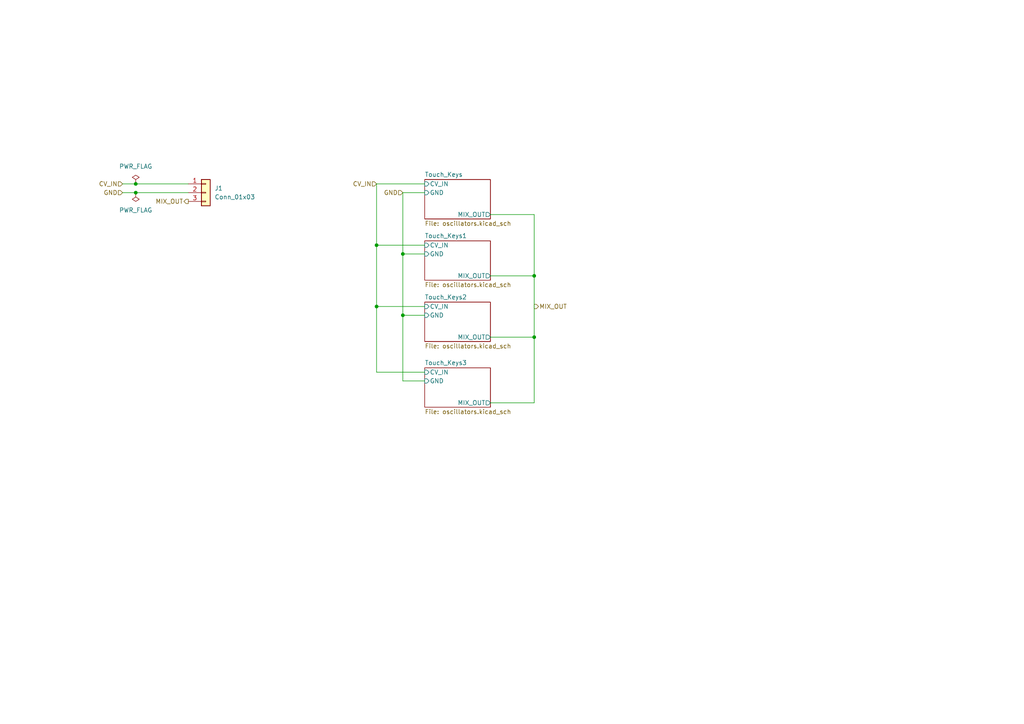
<source format=kicad_sch>
(kicad_sch (version 20231120) (generator "eeschema") (generator_version "8.0")
  (paper "A4")
  (lib_symbols
    (symbol "Connector_Generic:Conn_01x03" (pin_names (offset 1.016) hide)
      (property "Reference" "J" (at 0 5.08 0))
      (property "Value" "Conn_01x03" (at 0 -5.08 0))
      (symbol "Conn_01x03_1_1"
        (rectangle (start -1.27 -2.413) (end 0 -2.667) (stroke (width 0.1524)))
        (rectangle (start -1.27 0.127) (end 0 -0.127) (stroke (width 0.1524)))
        (rectangle (start -1.27 2.667) (end 0 2.413) (stroke (width 0.1524)))
        (rectangle (start -1.27 3.81) (end 1.27 -3.81) (stroke (width 0.254)) (fill (type background)))
        (pin passive line (at -5.08 2.54 0) (length 3.81) (name "Pin_1") (number "1"))
        (pin passive line (at -5.08 0 0) (length 3.81) (name "Pin_2") (number "2"))
        (pin passive line (at -5.08 -2.54 0) (length 3.81) (name "Pin_3") (number "3"))
      )
    )
    (symbol "power:PWR_FLAG" (power) (pin_numbers hide) (pin_names (offset 0) hide)
      (property "Value" "PWR_FLAG" (at 0 3.81 0))
      (symbol "PWR_FLAG_0_0"
        (pin power_out line (at 0 0 90) (length 0) (name "~") (number "1"))
      )
      (symbol "PWR_FLAG_0_1"
        (polyline (pts (xy 0 0) (xy 0 1.27) (xy -1.016 1.905) (xy 0 2.54) (xy 1.016 1.905) (xy 0 1.27)))
      )
    )
  )
  (junction (at 109.22 71.12))
  (junction (at 116.84 91.44))
  (junction (at 39.37 53.34))
  (junction (at 154.94 80.01))
  (junction (at 154.94 97.79))
  (junction (at 39.37 55.88))
  (junction (at 109.22 88.9))
  (junction (at 116.84 73.66))
  (wire (pts (xy 109.22 53.34) (xy 109.22 71.12)))
  (wire (pts (xy 154.94 62.23) (xy 154.94 80.01)))
  (wire (pts (xy 154.94 80.01) (xy 154.94 97.79)))
  (wire (pts (xy 109.22 88.9) (xy 123.19 88.9)))
  (wire (pts (xy 116.84 73.66) (xy 116.84 91.44)))
  (wire (pts (xy 116.84 91.44) (xy 123.19 91.44)))
  (wire (pts (xy 35.56 55.88) (xy 39.37 55.88)))
  (wire (pts (xy 142.24 97.79) (xy 154.94 97.79)))
  (wire (pts (xy 39.37 53.34) (xy 54.61 53.34)))
  (wire (pts (xy 116.84 55.88) (xy 116.84 73.66)))
  (wire (pts (xy 109.22 88.9) (xy 109.22 107.95)))
  (wire (pts (xy 116.84 55.88) (xy 123.19 55.88)))
  (wire (pts (xy 154.94 116.84) (xy 142.24 116.84)))
  (wire (pts (xy 109.22 71.12) (xy 109.22 88.9)))
  (wire (pts (xy 154.94 97.79) (xy 154.94 116.84)))
  (wire (pts (xy 116.84 73.66) (xy 123.19 73.66)))
  (wire (pts (xy 109.22 107.95) (xy 123.19 107.95)))
  (wire (pts (xy 142.24 62.23) (xy 154.94 62.23)))
  (wire (pts (xy 142.24 80.01) (xy 154.94 80.01)))
  (wire (pts (xy 109.22 71.12) (xy 123.19 71.12)))
  (wire (pts (xy 116.84 91.44) (xy 116.84 110.49)))
  (wire (pts (xy 109.22 53.34) (xy 123.19 53.34)))
  (wire (pts (xy 35.56 53.34) (xy 39.37 53.34)))
  (wire (pts (xy 116.84 110.49) (xy 123.19 110.49)))
  (wire (pts (xy 39.37 55.88) (xy 54.61 55.88)))
  (hierarchical_label "GND" (shape input) (at 35.56 55.88 180))
  (hierarchical_label "GND" (shape input) (at 116.84 55.88 180))
  (hierarchical_label "MIX_OUT" (shape output) (at 54.61 58.42 180))
  (hierarchical_label "MIX_OUT" (shape output) (at 154.94 88.9 0))
  (hierarchical_label "CV_IN" (shape input) (at 109.22 53.34 180))
  (hierarchical_label "CV_IN" (shape input) (at 35.56 53.34 180))
  (symbol (lib_id "power:PWR_FLAG") (at 39.37 55.88 180) (unit 1)
    (property "Reference" "#FLG016" (effects (hide yes)))
    (property "Value" "PWR_FLAG" (at 39.37 60.96 0))
    (property "Description" "Special symbol for telling ERC where power comes from" (effects (hide yes)))
  )
  (symbol (lib_id "power:PWR_FLAG") (at 39.37 53.34 0) (unit 1)
    (property "Reference" "#FLG015" (effects (hide yes)))
    (property "Value" "PWR_FLAG" (at 39.37 48.26 0))
    (property "Description" "Special symbol for telling ERC where power comes from" (effects (hide yes)))
  )
  (symbol (lib_id "Connector_Generic:Conn_01x03") (at 59.69 55.88 0) (unit 1)
    (property "Reference" "J1" (at 62.23 54.6099 0) (effects (justify left)))
    (property "Value" "Conn_01x03" (at 62.23 57.1499 0) (effects (justify left)))
    (property "Footprint" "Connector_PinHeader_2.54mm:PinHeader_1x03_P2.54mm_Vertical" (effects (hide yes)))
    (property "Description" "Generic connector, single row, 01x03, script generated (kicad-library-utils/schlib/autogen/connector/)" (effects (hide yes)))
  )
  (sheet (at 123.19 87.63) (size 19.05 11.43) (stroke (width 0.1524))
    (property "Sheetname" "Touch_Keys2" (at 123.19 86.9184 0) (effects (justify left bottom)))
    (property "Sheetfile" "oscillators.kicad_sch" (at 123.19 99.6446 0) (effects (justify left top)))
    (pin "MIX_OUT" output (at 142.24 97.79 0))
    (pin "CV_IN" input (at 123.19 88.9 180))
    (pin "GND" input (at 123.19 91.44 180))
  )
  (sheet (at 123.19 52.07) (size 19.05 11.43) (stroke (width 0.1524))
    (property "Sheetname" "Touch_Keys" (at 123.19 51.3584 0) (effects (justify left bottom)))
    (property "Sheetfile" "oscillators.kicad_sch" (at 123.19 64.0846 0) (effects (justify left top)))
    (pin "MIX_OUT" output (at 142.24 62.23 0))
    (pin "CV_IN" input (at 123.19 53.34 180))
    (pin "GND" input (at 123.19 55.88 180))
  )
  (sheet (at 123.19 106.68) (size 19.05 11.43) (stroke (width 0.1524))
    (property "Sheetname" "Touch_Keys3" (at 123.19 105.9684 0) (effects (justify left bottom)))
    (property "Sheetfile" "oscillators.kicad_sch" (at 123.19 118.6946 0) (effects (justify left top)))
    (pin "MIX_OUT" output (at 142.24 116.84 0))
    (pin "CV_IN" input (at 123.19 107.95 180))
    (pin "GND" input (at 123.19 110.49 180))
  )
  (sheet (at 123.19 69.85) (size 19.05 11.43) (stroke (width 0.1524))
    (property "Sheetname" "Touch_Keys1" (at 123.19 69.1384 0) (effects (justify left bottom)))
    (property "Sheetfile" "oscillators.kicad_sch" (at 123.19 81.8646 0) (effects (justify left top)))
    (pin "MIX_OUT" output (at 142.24 80.01 0))
    (pin "CV_IN" input (at 123.19 71.12 180))
    (pin "GND" input (at 123.19 73.66 180))
  )
)
</source>
